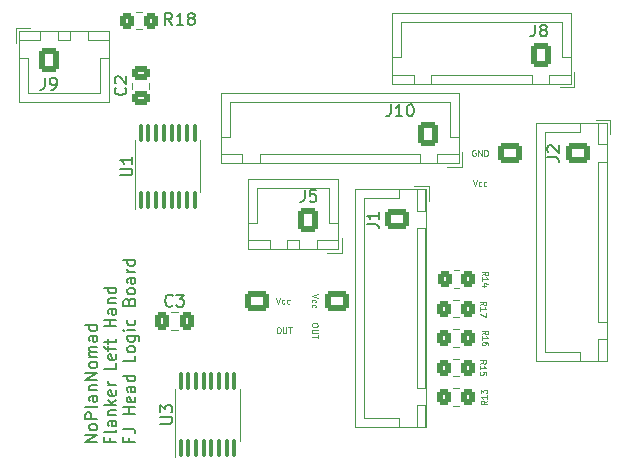
<source format=gto>
%TF.GenerationSoftware,KiCad,Pcbnew,7.0.6*%
%TF.CreationDate,2023-07-13T14:44:59+02:00*%
%TF.ProjectId,LH_HeadLogicBoard_FreeJoy,4c485f48-6561-4644-9c6f-676963426f61,rev?*%
%TF.SameCoordinates,Original*%
%TF.FileFunction,Legend,Top*%
%TF.FilePolarity,Positive*%
%FSLAX46Y46*%
G04 Gerber Fmt 4.6, Leading zero omitted, Abs format (unit mm)*
G04 Created by KiCad (PCBNEW 7.0.6) date 2023-07-13 14:44:59*
%MOMM*%
%LPD*%
G01*
G04 APERTURE LIST*
G04 Aperture macros list*
%AMRoundRect*
0 Rectangle with rounded corners*
0 $1 Rounding radius*
0 $2 $3 $4 $5 $6 $7 $8 $9 X,Y pos of 4 corners*
0 Add a 4 corners polygon primitive as box body*
4,1,4,$2,$3,$4,$5,$6,$7,$8,$9,$2,$3,0*
0 Add four circle primitives for the rounded corners*
1,1,$1+$1,$2,$3*
1,1,$1+$1,$4,$5*
1,1,$1+$1,$6,$7*
1,1,$1+$1,$8,$9*
0 Add four rect primitives between the rounded corners*
20,1,$1+$1,$2,$3,$4,$5,0*
20,1,$1+$1,$4,$5,$6,$7,0*
20,1,$1+$1,$6,$7,$8,$9,0*
20,1,$1+$1,$8,$9,$2,$3,0*%
G04 Aperture macros list end*
%ADD10C,0.150000*%
%ADD11C,0.075000*%
%ADD12C,0.120000*%
%ADD13RoundRect,0.250000X-0.350000X-0.450000X0.350000X-0.450000X0.350000X0.450000X-0.350000X0.450000X0*%
%ADD14RoundRect,0.250000X-0.337500X-0.475000X0.337500X-0.475000X0.337500X0.475000X-0.337500X0.475000X0*%
%ADD15RoundRect,0.250000X0.475000X-0.337500X0.475000X0.337500X-0.475000X0.337500X-0.475000X-0.337500X0*%
%ADD16RoundRect,0.250000X-0.725000X0.600000X-0.725000X-0.600000X0.725000X-0.600000X0.725000X0.600000X0*%
%ADD17O,1.950000X1.700000*%
%ADD18RoundRect,0.250000X0.600000X0.725000X-0.600000X0.725000X-0.600000X-0.725000X0.600000X-0.725000X0*%
%ADD19O,1.700000X1.950000*%
%ADD20C,2.200000*%
%ADD21RoundRect,0.250000X0.600000X0.750000X-0.600000X0.750000X-0.600000X-0.750000X0.600000X-0.750000X0*%
%ADD22O,1.700000X2.000000*%
%ADD23RoundRect,0.100000X0.100000X-0.637500X0.100000X0.637500X-0.100000X0.637500X-0.100000X-0.637500X0*%
%ADD24RoundRect,0.250000X-0.600000X-0.750000X0.600000X-0.750000X0.600000X0.750000X-0.600000X0.750000X0*%
%ADD25RoundRect,0.250000X-0.750000X0.600000X-0.750000X-0.600000X0.750000X-0.600000X0.750000X0.600000X0*%
%ADD26O,2.000000X1.700000*%
G04 APERTURE END LIST*
D10*
X30349819Y-69063220D02*
X29349819Y-69063220D01*
X29349819Y-69063220D02*
X30349819Y-68491792D01*
X30349819Y-68491792D02*
X29349819Y-68491792D01*
X30349819Y-67872744D02*
X30302200Y-67967982D01*
X30302200Y-67967982D02*
X30254580Y-68015601D01*
X30254580Y-68015601D02*
X30159342Y-68063220D01*
X30159342Y-68063220D02*
X29873628Y-68063220D01*
X29873628Y-68063220D02*
X29778390Y-68015601D01*
X29778390Y-68015601D02*
X29730771Y-67967982D01*
X29730771Y-67967982D02*
X29683152Y-67872744D01*
X29683152Y-67872744D02*
X29683152Y-67729887D01*
X29683152Y-67729887D02*
X29730771Y-67634649D01*
X29730771Y-67634649D02*
X29778390Y-67587030D01*
X29778390Y-67587030D02*
X29873628Y-67539411D01*
X29873628Y-67539411D02*
X30159342Y-67539411D01*
X30159342Y-67539411D02*
X30254580Y-67587030D01*
X30254580Y-67587030D02*
X30302200Y-67634649D01*
X30302200Y-67634649D02*
X30349819Y-67729887D01*
X30349819Y-67729887D02*
X30349819Y-67872744D01*
X30349819Y-67110839D02*
X29349819Y-67110839D01*
X29349819Y-67110839D02*
X29349819Y-66729887D01*
X29349819Y-66729887D02*
X29397438Y-66634649D01*
X29397438Y-66634649D02*
X29445057Y-66587030D01*
X29445057Y-66587030D02*
X29540295Y-66539411D01*
X29540295Y-66539411D02*
X29683152Y-66539411D01*
X29683152Y-66539411D02*
X29778390Y-66587030D01*
X29778390Y-66587030D02*
X29826009Y-66634649D01*
X29826009Y-66634649D02*
X29873628Y-66729887D01*
X29873628Y-66729887D02*
X29873628Y-67110839D01*
X30349819Y-65967982D02*
X30302200Y-66063220D01*
X30302200Y-66063220D02*
X30206961Y-66110839D01*
X30206961Y-66110839D02*
X29349819Y-66110839D01*
X30349819Y-65158458D02*
X29826009Y-65158458D01*
X29826009Y-65158458D02*
X29730771Y-65206077D01*
X29730771Y-65206077D02*
X29683152Y-65301315D01*
X29683152Y-65301315D02*
X29683152Y-65491791D01*
X29683152Y-65491791D02*
X29730771Y-65587029D01*
X30302200Y-65158458D02*
X30349819Y-65253696D01*
X30349819Y-65253696D02*
X30349819Y-65491791D01*
X30349819Y-65491791D02*
X30302200Y-65587029D01*
X30302200Y-65587029D02*
X30206961Y-65634648D01*
X30206961Y-65634648D02*
X30111723Y-65634648D01*
X30111723Y-65634648D02*
X30016485Y-65587029D01*
X30016485Y-65587029D02*
X29968866Y-65491791D01*
X29968866Y-65491791D02*
X29968866Y-65253696D01*
X29968866Y-65253696D02*
X29921247Y-65158458D01*
X29683152Y-64682267D02*
X30349819Y-64682267D01*
X29778390Y-64682267D02*
X29730771Y-64634648D01*
X29730771Y-64634648D02*
X29683152Y-64539410D01*
X29683152Y-64539410D02*
X29683152Y-64396553D01*
X29683152Y-64396553D02*
X29730771Y-64301315D01*
X29730771Y-64301315D02*
X29826009Y-64253696D01*
X29826009Y-64253696D02*
X30349819Y-64253696D01*
X30349819Y-63777505D02*
X29349819Y-63777505D01*
X29349819Y-63777505D02*
X30349819Y-63206077D01*
X30349819Y-63206077D02*
X29349819Y-63206077D01*
X30349819Y-62587029D02*
X30302200Y-62682267D01*
X30302200Y-62682267D02*
X30254580Y-62729886D01*
X30254580Y-62729886D02*
X30159342Y-62777505D01*
X30159342Y-62777505D02*
X29873628Y-62777505D01*
X29873628Y-62777505D02*
X29778390Y-62729886D01*
X29778390Y-62729886D02*
X29730771Y-62682267D01*
X29730771Y-62682267D02*
X29683152Y-62587029D01*
X29683152Y-62587029D02*
X29683152Y-62444172D01*
X29683152Y-62444172D02*
X29730771Y-62348934D01*
X29730771Y-62348934D02*
X29778390Y-62301315D01*
X29778390Y-62301315D02*
X29873628Y-62253696D01*
X29873628Y-62253696D02*
X30159342Y-62253696D01*
X30159342Y-62253696D02*
X30254580Y-62301315D01*
X30254580Y-62301315D02*
X30302200Y-62348934D01*
X30302200Y-62348934D02*
X30349819Y-62444172D01*
X30349819Y-62444172D02*
X30349819Y-62587029D01*
X30349819Y-61825124D02*
X29683152Y-61825124D01*
X29778390Y-61825124D02*
X29730771Y-61777505D01*
X29730771Y-61777505D02*
X29683152Y-61682267D01*
X29683152Y-61682267D02*
X29683152Y-61539410D01*
X29683152Y-61539410D02*
X29730771Y-61444172D01*
X29730771Y-61444172D02*
X29826009Y-61396553D01*
X29826009Y-61396553D02*
X30349819Y-61396553D01*
X29826009Y-61396553D02*
X29730771Y-61348934D01*
X29730771Y-61348934D02*
X29683152Y-61253696D01*
X29683152Y-61253696D02*
X29683152Y-61110839D01*
X29683152Y-61110839D02*
X29730771Y-61015600D01*
X29730771Y-61015600D02*
X29826009Y-60967981D01*
X29826009Y-60967981D02*
X30349819Y-60967981D01*
X30349819Y-60063220D02*
X29826009Y-60063220D01*
X29826009Y-60063220D02*
X29730771Y-60110839D01*
X29730771Y-60110839D02*
X29683152Y-60206077D01*
X29683152Y-60206077D02*
X29683152Y-60396553D01*
X29683152Y-60396553D02*
X29730771Y-60491791D01*
X30302200Y-60063220D02*
X30349819Y-60158458D01*
X30349819Y-60158458D02*
X30349819Y-60396553D01*
X30349819Y-60396553D02*
X30302200Y-60491791D01*
X30302200Y-60491791D02*
X30206961Y-60539410D01*
X30206961Y-60539410D02*
X30111723Y-60539410D01*
X30111723Y-60539410D02*
X30016485Y-60491791D01*
X30016485Y-60491791D02*
X29968866Y-60396553D01*
X29968866Y-60396553D02*
X29968866Y-60158458D01*
X29968866Y-60158458D02*
X29921247Y-60063220D01*
X30349819Y-59158458D02*
X29349819Y-59158458D01*
X30302200Y-59158458D02*
X30349819Y-59253696D01*
X30349819Y-59253696D02*
X30349819Y-59444172D01*
X30349819Y-59444172D02*
X30302200Y-59539410D01*
X30302200Y-59539410D02*
X30254580Y-59587029D01*
X30254580Y-59587029D02*
X30159342Y-59634648D01*
X30159342Y-59634648D02*
X29873628Y-59634648D01*
X29873628Y-59634648D02*
X29778390Y-59587029D01*
X29778390Y-59587029D02*
X29730771Y-59539410D01*
X29730771Y-59539410D02*
X29683152Y-59444172D01*
X29683152Y-59444172D02*
X29683152Y-59253696D01*
X29683152Y-59253696D02*
X29730771Y-59158458D01*
X31436009Y-68729887D02*
X31436009Y-69063220D01*
X31959819Y-69063220D02*
X30959819Y-69063220D01*
X30959819Y-69063220D02*
X30959819Y-68587030D01*
X31959819Y-68063220D02*
X31912200Y-68158458D01*
X31912200Y-68158458D02*
X31816961Y-68206077D01*
X31816961Y-68206077D02*
X30959819Y-68206077D01*
X31959819Y-67253696D02*
X31436009Y-67253696D01*
X31436009Y-67253696D02*
X31340771Y-67301315D01*
X31340771Y-67301315D02*
X31293152Y-67396553D01*
X31293152Y-67396553D02*
X31293152Y-67587029D01*
X31293152Y-67587029D02*
X31340771Y-67682267D01*
X31912200Y-67253696D02*
X31959819Y-67348934D01*
X31959819Y-67348934D02*
X31959819Y-67587029D01*
X31959819Y-67587029D02*
X31912200Y-67682267D01*
X31912200Y-67682267D02*
X31816961Y-67729886D01*
X31816961Y-67729886D02*
X31721723Y-67729886D01*
X31721723Y-67729886D02*
X31626485Y-67682267D01*
X31626485Y-67682267D02*
X31578866Y-67587029D01*
X31578866Y-67587029D02*
X31578866Y-67348934D01*
X31578866Y-67348934D02*
X31531247Y-67253696D01*
X31293152Y-66777505D02*
X31959819Y-66777505D01*
X31388390Y-66777505D02*
X31340771Y-66729886D01*
X31340771Y-66729886D02*
X31293152Y-66634648D01*
X31293152Y-66634648D02*
X31293152Y-66491791D01*
X31293152Y-66491791D02*
X31340771Y-66396553D01*
X31340771Y-66396553D02*
X31436009Y-66348934D01*
X31436009Y-66348934D02*
X31959819Y-66348934D01*
X31959819Y-65872743D02*
X30959819Y-65872743D01*
X31578866Y-65777505D02*
X31959819Y-65491791D01*
X31293152Y-65491791D02*
X31674104Y-65872743D01*
X31912200Y-64682267D02*
X31959819Y-64777505D01*
X31959819Y-64777505D02*
X31959819Y-64967981D01*
X31959819Y-64967981D02*
X31912200Y-65063219D01*
X31912200Y-65063219D02*
X31816961Y-65110838D01*
X31816961Y-65110838D02*
X31436009Y-65110838D01*
X31436009Y-65110838D02*
X31340771Y-65063219D01*
X31340771Y-65063219D02*
X31293152Y-64967981D01*
X31293152Y-64967981D02*
X31293152Y-64777505D01*
X31293152Y-64777505D02*
X31340771Y-64682267D01*
X31340771Y-64682267D02*
X31436009Y-64634648D01*
X31436009Y-64634648D02*
X31531247Y-64634648D01*
X31531247Y-64634648D02*
X31626485Y-65110838D01*
X31959819Y-64206076D02*
X31293152Y-64206076D01*
X31483628Y-64206076D02*
X31388390Y-64158457D01*
X31388390Y-64158457D02*
X31340771Y-64110838D01*
X31340771Y-64110838D02*
X31293152Y-64015600D01*
X31293152Y-64015600D02*
X31293152Y-63920362D01*
X31959819Y-62348933D02*
X31959819Y-62825123D01*
X31959819Y-62825123D02*
X30959819Y-62825123D01*
X31912200Y-61634647D02*
X31959819Y-61729885D01*
X31959819Y-61729885D02*
X31959819Y-61920361D01*
X31959819Y-61920361D02*
X31912200Y-62015599D01*
X31912200Y-62015599D02*
X31816961Y-62063218D01*
X31816961Y-62063218D02*
X31436009Y-62063218D01*
X31436009Y-62063218D02*
X31340771Y-62015599D01*
X31340771Y-62015599D02*
X31293152Y-61920361D01*
X31293152Y-61920361D02*
X31293152Y-61729885D01*
X31293152Y-61729885D02*
X31340771Y-61634647D01*
X31340771Y-61634647D02*
X31436009Y-61587028D01*
X31436009Y-61587028D02*
X31531247Y-61587028D01*
X31531247Y-61587028D02*
X31626485Y-62063218D01*
X31293152Y-61301313D02*
X31293152Y-60920361D01*
X31959819Y-61158456D02*
X31102676Y-61158456D01*
X31102676Y-61158456D02*
X31007438Y-61110837D01*
X31007438Y-61110837D02*
X30959819Y-61015599D01*
X30959819Y-61015599D02*
X30959819Y-60920361D01*
X31293152Y-60729884D02*
X31293152Y-60348932D01*
X30959819Y-60587027D02*
X31816961Y-60587027D01*
X31816961Y-60587027D02*
X31912200Y-60539408D01*
X31912200Y-60539408D02*
X31959819Y-60444170D01*
X31959819Y-60444170D02*
X31959819Y-60348932D01*
X31959819Y-59253693D02*
X30959819Y-59253693D01*
X31436009Y-59253693D02*
X31436009Y-58682265D01*
X31959819Y-58682265D02*
X30959819Y-58682265D01*
X31959819Y-57777503D02*
X31436009Y-57777503D01*
X31436009Y-57777503D02*
X31340771Y-57825122D01*
X31340771Y-57825122D02*
X31293152Y-57920360D01*
X31293152Y-57920360D02*
X31293152Y-58110836D01*
X31293152Y-58110836D02*
X31340771Y-58206074D01*
X31912200Y-57777503D02*
X31959819Y-57872741D01*
X31959819Y-57872741D02*
X31959819Y-58110836D01*
X31959819Y-58110836D02*
X31912200Y-58206074D01*
X31912200Y-58206074D02*
X31816961Y-58253693D01*
X31816961Y-58253693D02*
X31721723Y-58253693D01*
X31721723Y-58253693D02*
X31626485Y-58206074D01*
X31626485Y-58206074D02*
X31578866Y-58110836D01*
X31578866Y-58110836D02*
X31578866Y-57872741D01*
X31578866Y-57872741D02*
X31531247Y-57777503D01*
X31293152Y-57301312D02*
X31959819Y-57301312D01*
X31388390Y-57301312D02*
X31340771Y-57253693D01*
X31340771Y-57253693D02*
X31293152Y-57158455D01*
X31293152Y-57158455D02*
X31293152Y-57015598D01*
X31293152Y-57015598D02*
X31340771Y-56920360D01*
X31340771Y-56920360D02*
X31436009Y-56872741D01*
X31436009Y-56872741D02*
X31959819Y-56872741D01*
X31959819Y-55967979D02*
X30959819Y-55967979D01*
X31912200Y-55967979D02*
X31959819Y-56063217D01*
X31959819Y-56063217D02*
X31959819Y-56253693D01*
X31959819Y-56253693D02*
X31912200Y-56348931D01*
X31912200Y-56348931D02*
X31864580Y-56396550D01*
X31864580Y-56396550D02*
X31769342Y-56444169D01*
X31769342Y-56444169D02*
X31483628Y-56444169D01*
X31483628Y-56444169D02*
X31388390Y-56396550D01*
X31388390Y-56396550D02*
X31340771Y-56348931D01*
X31340771Y-56348931D02*
X31293152Y-56253693D01*
X31293152Y-56253693D02*
X31293152Y-56063217D01*
X31293152Y-56063217D02*
X31340771Y-55967979D01*
X33046009Y-68729887D02*
X33046009Y-69063220D01*
X33569819Y-69063220D02*
X32569819Y-69063220D01*
X32569819Y-69063220D02*
X32569819Y-68587030D01*
X32569819Y-67920363D02*
X33284104Y-67920363D01*
X33284104Y-67920363D02*
X33426961Y-67967982D01*
X33426961Y-67967982D02*
X33522200Y-68063220D01*
X33522200Y-68063220D02*
X33569819Y-68206077D01*
X33569819Y-68206077D02*
X33569819Y-68301315D01*
X33569819Y-66682267D02*
X32569819Y-66682267D01*
X33046009Y-66682267D02*
X33046009Y-66110839D01*
X33569819Y-66110839D02*
X32569819Y-66110839D01*
X33522200Y-65253696D02*
X33569819Y-65348934D01*
X33569819Y-65348934D02*
X33569819Y-65539410D01*
X33569819Y-65539410D02*
X33522200Y-65634648D01*
X33522200Y-65634648D02*
X33426961Y-65682267D01*
X33426961Y-65682267D02*
X33046009Y-65682267D01*
X33046009Y-65682267D02*
X32950771Y-65634648D01*
X32950771Y-65634648D02*
X32903152Y-65539410D01*
X32903152Y-65539410D02*
X32903152Y-65348934D01*
X32903152Y-65348934D02*
X32950771Y-65253696D01*
X32950771Y-65253696D02*
X33046009Y-65206077D01*
X33046009Y-65206077D02*
X33141247Y-65206077D01*
X33141247Y-65206077D02*
X33236485Y-65682267D01*
X33569819Y-64348934D02*
X33046009Y-64348934D01*
X33046009Y-64348934D02*
X32950771Y-64396553D01*
X32950771Y-64396553D02*
X32903152Y-64491791D01*
X32903152Y-64491791D02*
X32903152Y-64682267D01*
X32903152Y-64682267D02*
X32950771Y-64777505D01*
X33522200Y-64348934D02*
X33569819Y-64444172D01*
X33569819Y-64444172D02*
X33569819Y-64682267D01*
X33569819Y-64682267D02*
X33522200Y-64777505D01*
X33522200Y-64777505D02*
X33426961Y-64825124D01*
X33426961Y-64825124D02*
X33331723Y-64825124D01*
X33331723Y-64825124D02*
X33236485Y-64777505D01*
X33236485Y-64777505D02*
X33188866Y-64682267D01*
X33188866Y-64682267D02*
X33188866Y-64444172D01*
X33188866Y-64444172D02*
X33141247Y-64348934D01*
X33569819Y-63444172D02*
X32569819Y-63444172D01*
X33522200Y-63444172D02*
X33569819Y-63539410D01*
X33569819Y-63539410D02*
X33569819Y-63729886D01*
X33569819Y-63729886D02*
X33522200Y-63825124D01*
X33522200Y-63825124D02*
X33474580Y-63872743D01*
X33474580Y-63872743D02*
X33379342Y-63920362D01*
X33379342Y-63920362D02*
X33093628Y-63920362D01*
X33093628Y-63920362D02*
X32998390Y-63872743D01*
X32998390Y-63872743D02*
X32950771Y-63825124D01*
X32950771Y-63825124D02*
X32903152Y-63729886D01*
X32903152Y-63729886D02*
X32903152Y-63539410D01*
X32903152Y-63539410D02*
X32950771Y-63444172D01*
X33569819Y-61729886D02*
X33569819Y-62206076D01*
X33569819Y-62206076D02*
X32569819Y-62206076D01*
X33569819Y-61253695D02*
X33522200Y-61348933D01*
X33522200Y-61348933D02*
X33474580Y-61396552D01*
X33474580Y-61396552D02*
X33379342Y-61444171D01*
X33379342Y-61444171D02*
X33093628Y-61444171D01*
X33093628Y-61444171D02*
X32998390Y-61396552D01*
X32998390Y-61396552D02*
X32950771Y-61348933D01*
X32950771Y-61348933D02*
X32903152Y-61253695D01*
X32903152Y-61253695D02*
X32903152Y-61110838D01*
X32903152Y-61110838D02*
X32950771Y-61015600D01*
X32950771Y-61015600D02*
X32998390Y-60967981D01*
X32998390Y-60967981D02*
X33093628Y-60920362D01*
X33093628Y-60920362D02*
X33379342Y-60920362D01*
X33379342Y-60920362D02*
X33474580Y-60967981D01*
X33474580Y-60967981D02*
X33522200Y-61015600D01*
X33522200Y-61015600D02*
X33569819Y-61110838D01*
X33569819Y-61110838D02*
X33569819Y-61253695D01*
X32903152Y-60063219D02*
X33712676Y-60063219D01*
X33712676Y-60063219D02*
X33807914Y-60110838D01*
X33807914Y-60110838D02*
X33855533Y-60158457D01*
X33855533Y-60158457D02*
X33903152Y-60253695D01*
X33903152Y-60253695D02*
X33903152Y-60396552D01*
X33903152Y-60396552D02*
X33855533Y-60491790D01*
X33522200Y-60063219D02*
X33569819Y-60158457D01*
X33569819Y-60158457D02*
X33569819Y-60348933D01*
X33569819Y-60348933D02*
X33522200Y-60444171D01*
X33522200Y-60444171D02*
X33474580Y-60491790D01*
X33474580Y-60491790D02*
X33379342Y-60539409D01*
X33379342Y-60539409D02*
X33093628Y-60539409D01*
X33093628Y-60539409D02*
X32998390Y-60491790D01*
X32998390Y-60491790D02*
X32950771Y-60444171D01*
X32950771Y-60444171D02*
X32903152Y-60348933D01*
X32903152Y-60348933D02*
X32903152Y-60158457D01*
X32903152Y-60158457D02*
X32950771Y-60063219D01*
X33569819Y-59587028D02*
X32903152Y-59587028D01*
X32569819Y-59587028D02*
X32617438Y-59634647D01*
X32617438Y-59634647D02*
X32665057Y-59587028D01*
X32665057Y-59587028D02*
X32617438Y-59539409D01*
X32617438Y-59539409D02*
X32569819Y-59587028D01*
X32569819Y-59587028D02*
X32665057Y-59587028D01*
X33522200Y-58682267D02*
X33569819Y-58777505D01*
X33569819Y-58777505D02*
X33569819Y-58967981D01*
X33569819Y-58967981D02*
X33522200Y-59063219D01*
X33522200Y-59063219D02*
X33474580Y-59110838D01*
X33474580Y-59110838D02*
X33379342Y-59158457D01*
X33379342Y-59158457D02*
X33093628Y-59158457D01*
X33093628Y-59158457D02*
X32998390Y-59110838D01*
X32998390Y-59110838D02*
X32950771Y-59063219D01*
X32950771Y-59063219D02*
X32903152Y-58967981D01*
X32903152Y-58967981D02*
X32903152Y-58777505D01*
X32903152Y-58777505D02*
X32950771Y-58682267D01*
X33046009Y-57158457D02*
X33093628Y-57015600D01*
X33093628Y-57015600D02*
X33141247Y-56967981D01*
X33141247Y-56967981D02*
X33236485Y-56920362D01*
X33236485Y-56920362D02*
X33379342Y-56920362D01*
X33379342Y-56920362D02*
X33474580Y-56967981D01*
X33474580Y-56967981D02*
X33522200Y-57015600D01*
X33522200Y-57015600D02*
X33569819Y-57110838D01*
X33569819Y-57110838D02*
X33569819Y-57491790D01*
X33569819Y-57491790D02*
X32569819Y-57491790D01*
X32569819Y-57491790D02*
X32569819Y-57158457D01*
X32569819Y-57158457D02*
X32617438Y-57063219D01*
X32617438Y-57063219D02*
X32665057Y-57015600D01*
X32665057Y-57015600D02*
X32760295Y-56967981D01*
X32760295Y-56967981D02*
X32855533Y-56967981D01*
X32855533Y-56967981D02*
X32950771Y-57015600D01*
X32950771Y-57015600D02*
X32998390Y-57063219D01*
X32998390Y-57063219D02*
X33046009Y-57158457D01*
X33046009Y-57158457D02*
X33046009Y-57491790D01*
X33569819Y-56348933D02*
X33522200Y-56444171D01*
X33522200Y-56444171D02*
X33474580Y-56491790D01*
X33474580Y-56491790D02*
X33379342Y-56539409D01*
X33379342Y-56539409D02*
X33093628Y-56539409D01*
X33093628Y-56539409D02*
X32998390Y-56491790D01*
X32998390Y-56491790D02*
X32950771Y-56444171D01*
X32950771Y-56444171D02*
X32903152Y-56348933D01*
X32903152Y-56348933D02*
X32903152Y-56206076D01*
X32903152Y-56206076D02*
X32950771Y-56110838D01*
X32950771Y-56110838D02*
X32998390Y-56063219D01*
X32998390Y-56063219D02*
X33093628Y-56015600D01*
X33093628Y-56015600D02*
X33379342Y-56015600D01*
X33379342Y-56015600D02*
X33474580Y-56063219D01*
X33474580Y-56063219D02*
X33522200Y-56110838D01*
X33522200Y-56110838D02*
X33569819Y-56206076D01*
X33569819Y-56206076D02*
X33569819Y-56348933D01*
X33569819Y-55158457D02*
X33046009Y-55158457D01*
X33046009Y-55158457D02*
X32950771Y-55206076D01*
X32950771Y-55206076D02*
X32903152Y-55301314D01*
X32903152Y-55301314D02*
X32903152Y-55491790D01*
X32903152Y-55491790D02*
X32950771Y-55587028D01*
X33522200Y-55158457D02*
X33569819Y-55253695D01*
X33569819Y-55253695D02*
X33569819Y-55491790D01*
X33569819Y-55491790D02*
X33522200Y-55587028D01*
X33522200Y-55587028D02*
X33426961Y-55634647D01*
X33426961Y-55634647D02*
X33331723Y-55634647D01*
X33331723Y-55634647D02*
X33236485Y-55587028D01*
X33236485Y-55587028D02*
X33188866Y-55491790D01*
X33188866Y-55491790D02*
X33188866Y-55253695D01*
X33188866Y-55253695D02*
X33141247Y-55158457D01*
X33569819Y-54682266D02*
X32903152Y-54682266D01*
X33093628Y-54682266D02*
X32998390Y-54634647D01*
X32998390Y-54634647D02*
X32950771Y-54587028D01*
X32950771Y-54587028D02*
X32903152Y-54491790D01*
X32903152Y-54491790D02*
X32903152Y-54396552D01*
X33569819Y-53634647D02*
X32569819Y-53634647D01*
X33522200Y-53634647D02*
X33569819Y-53729885D01*
X33569819Y-53729885D02*
X33569819Y-53920361D01*
X33569819Y-53920361D02*
X33522200Y-54015599D01*
X33522200Y-54015599D02*
X33474580Y-54063218D01*
X33474580Y-54063218D02*
X33379342Y-54110837D01*
X33379342Y-54110837D02*
X33093628Y-54110837D01*
X33093628Y-54110837D02*
X32998390Y-54063218D01*
X32998390Y-54063218D02*
X32950771Y-54015599D01*
X32950771Y-54015599D02*
X32903152Y-53920361D01*
X32903152Y-53920361D02*
X32903152Y-53729885D01*
X32903152Y-53729885D02*
X32950771Y-53634647D01*
D11*
X63352409Y-65559428D02*
X63114314Y-65726094D01*
X63352409Y-65845142D02*
X62852409Y-65845142D01*
X62852409Y-65845142D02*
X62852409Y-65654666D01*
X62852409Y-65654666D02*
X62876219Y-65607047D01*
X62876219Y-65607047D02*
X62900028Y-65583237D01*
X62900028Y-65583237D02*
X62947647Y-65559428D01*
X62947647Y-65559428D02*
X63019076Y-65559428D01*
X63019076Y-65559428D02*
X63066695Y-65583237D01*
X63066695Y-65583237D02*
X63090504Y-65607047D01*
X63090504Y-65607047D02*
X63114314Y-65654666D01*
X63114314Y-65654666D02*
X63114314Y-65845142D01*
X63352409Y-65083237D02*
X63352409Y-65368951D01*
X63352409Y-65226094D02*
X62852409Y-65226094D01*
X62852409Y-65226094D02*
X62923838Y-65273713D01*
X62923838Y-65273713D02*
X62971457Y-65321332D01*
X62971457Y-65321332D02*
X62995266Y-65368951D01*
X62852409Y-64916571D02*
X62852409Y-64607047D01*
X62852409Y-64607047D02*
X63042885Y-64773714D01*
X63042885Y-64773714D02*
X63042885Y-64702285D01*
X63042885Y-64702285D02*
X63066695Y-64654666D01*
X63066695Y-64654666D02*
X63090504Y-64630857D01*
X63090504Y-64630857D02*
X63138123Y-64607047D01*
X63138123Y-64607047D02*
X63257171Y-64607047D01*
X63257171Y-64607047D02*
X63304790Y-64630857D01*
X63304790Y-64630857D02*
X63328600Y-64654666D01*
X63328600Y-64654666D02*
X63352409Y-64702285D01*
X63352409Y-64702285D02*
X63352409Y-64845142D01*
X63352409Y-64845142D02*
X63328600Y-64892761D01*
X63328600Y-64892761D02*
X63304790Y-64916571D01*
X62757590Y-62420571D02*
X62995685Y-62253905D01*
X62757590Y-62134857D02*
X63257590Y-62134857D01*
X63257590Y-62134857D02*
X63257590Y-62325333D01*
X63257590Y-62325333D02*
X63233780Y-62372952D01*
X63233780Y-62372952D02*
X63209971Y-62396762D01*
X63209971Y-62396762D02*
X63162352Y-62420571D01*
X63162352Y-62420571D02*
X63090923Y-62420571D01*
X63090923Y-62420571D02*
X63043304Y-62396762D01*
X63043304Y-62396762D02*
X63019495Y-62372952D01*
X63019495Y-62372952D02*
X62995685Y-62325333D01*
X62995685Y-62325333D02*
X62995685Y-62134857D01*
X62757590Y-62896762D02*
X62757590Y-62611048D01*
X62757590Y-62753905D02*
X63257590Y-62753905D01*
X63257590Y-62753905D02*
X63186161Y-62706286D01*
X63186161Y-62706286D02*
X63138542Y-62658667D01*
X63138542Y-62658667D02*
X63114733Y-62611048D01*
X63257590Y-63349142D02*
X63257590Y-63111047D01*
X63257590Y-63111047D02*
X63019495Y-63087238D01*
X63019495Y-63087238D02*
X63043304Y-63111047D01*
X63043304Y-63111047D02*
X63067114Y-63158666D01*
X63067114Y-63158666D02*
X63067114Y-63277714D01*
X63067114Y-63277714D02*
X63043304Y-63325333D01*
X63043304Y-63325333D02*
X63019495Y-63349142D01*
X63019495Y-63349142D02*
X62971876Y-63372952D01*
X62971876Y-63372952D02*
X62852828Y-63372952D01*
X62852828Y-63372952D02*
X62805209Y-63349142D01*
X62805209Y-63349142D02*
X62781400Y-63325333D01*
X62781400Y-63325333D02*
X62757590Y-63277714D01*
X62757590Y-63277714D02*
X62757590Y-63158666D01*
X62757590Y-63158666D02*
X62781400Y-63111047D01*
X62781400Y-63111047D02*
X62805209Y-63087238D01*
D10*
X36733333Y-57479580D02*
X36685714Y-57527200D01*
X36685714Y-57527200D02*
X36542857Y-57574819D01*
X36542857Y-57574819D02*
X36447619Y-57574819D01*
X36447619Y-57574819D02*
X36304762Y-57527200D01*
X36304762Y-57527200D02*
X36209524Y-57431961D01*
X36209524Y-57431961D02*
X36161905Y-57336723D01*
X36161905Y-57336723D02*
X36114286Y-57146247D01*
X36114286Y-57146247D02*
X36114286Y-57003390D01*
X36114286Y-57003390D02*
X36161905Y-56812914D01*
X36161905Y-56812914D02*
X36209524Y-56717676D01*
X36209524Y-56717676D02*
X36304762Y-56622438D01*
X36304762Y-56622438D02*
X36447619Y-56574819D01*
X36447619Y-56574819D02*
X36542857Y-56574819D01*
X36542857Y-56574819D02*
X36685714Y-56622438D01*
X36685714Y-56622438D02*
X36733333Y-56670057D01*
X37066667Y-56574819D02*
X37685714Y-56574819D01*
X37685714Y-56574819D02*
X37352381Y-56955771D01*
X37352381Y-56955771D02*
X37495238Y-56955771D01*
X37495238Y-56955771D02*
X37590476Y-57003390D01*
X37590476Y-57003390D02*
X37638095Y-57051009D01*
X37638095Y-57051009D02*
X37685714Y-57146247D01*
X37685714Y-57146247D02*
X37685714Y-57384342D01*
X37685714Y-57384342D02*
X37638095Y-57479580D01*
X37638095Y-57479580D02*
X37590476Y-57527200D01*
X37590476Y-57527200D02*
X37495238Y-57574819D01*
X37495238Y-57574819D02*
X37209524Y-57574819D01*
X37209524Y-57574819D02*
X37114286Y-57527200D01*
X37114286Y-57527200D02*
X37066667Y-57479580D01*
X32729580Y-39041666D02*
X32777200Y-39089285D01*
X32777200Y-39089285D02*
X32824819Y-39232142D01*
X32824819Y-39232142D02*
X32824819Y-39327380D01*
X32824819Y-39327380D02*
X32777200Y-39470237D01*
X32777200Y-39470237D02*
X32681961Y-39565475D01*
X32681961Y-39565475D02*
X32586723Y-39613094D01*
X32586723Y-39613094D02*
X32396247Y-39660713D01*
X32396247Y-39660713D02*
X32253390Y-39660713D01*
X32253390Y-39660713D02*
X32062914Y-39613094D01*
X32062914Y-39613094D02*
X31967676Y-39565475D01*
X31967676Y-39565475D02*
X31872438Y-39470237D01*
X31872438Y-39470237D02*
X31824819Y-39327380D01*
X31824819Y-39327380D02*
X31824819Y-39232142D01*
X31824819Y-39232142D02*
X31872438Y-39089285D01*
X31872438Y-39089285D02*
X31920057Y-39041666D01*
X31920057Y-38660713D02*
X31872438Y-38613094D01*
X31872438Y-38613094D02*
X31824819Y-38517856D01*
X31824819Y-38517856D02*
X31824819Y-38279761D01*
X31824819Y-38279761D02*
X31872438Y-38184523D01*
X31872438Y-38184523D02*
X31920057Y-38136904D01*
X31920057Y-38136904D02*
X32015295Y-38089285D01*
X32015295Y-38089285D02*
X32110533Y-38089285D01*
X32110533Y-38089285D02*
X32253390Y-38136904D01*
X32253390Y-38136904D02*
X32824819Y-38708332D01*
X32824819Y-38708332D02*
X32824819Y-38089285D01*
X68454819Y-44933333D02*
X69169104Y-44933333D01*
X69169104Y-44933333D02*
X69311961Y-44980952D01*
X69311961Y-44980952D02*
X69407200Y-45076190D01*
X69407200Y-45076190D02*
X69454819Y-45219047D01*
X69454819Y-45219047D02*
X69454819Y-45314285D01*
X68550057Y-44504761D02*
X68502438Y-44457142D01*
X68502438Y-44457142D02*
X68454819Y-44361904D01*
X68454819Y-44361904D02*
X68454819Y-44123809D01*
X68454819Y-44123809D02*
X68502438Y-44028571D01*
X68502438Y-44028571D02*
X68550057Y-43980952D01*
X68550057Y-43980952D02*
X68645295Y-43933333D01*
X68645295Y-43933333D02*
X68740533Y-43933333D01*
X68740533Y-43933333D02*
X68883390Y-43980952D01*
X68883390Y-43980952D02*
X69454819Y-44552380D01*
X69454819Y-44552380D02*
X69454819Y-43933333D01*
D11*
X62937590Y-59920571D02*
X63175685Y-59753905D01*
X62937590Y-59634857D02*
X63437590Y-59634857D01*
X63437590Y-59634857D02*
X63437590Y-59825333D01*
X63437590Y-59825333D02*
X63413780Y-59872952D01*
X63413780Y-59872952D02*
X63389971Y-59896762D01*
X63389971Y-59896762D02*
X63342352Y-59920571D01*
X63342352Y-59920571D02*
X63270923Y-59920571D01*
X63270923Y-59920571D02*
X63223304Y-59896762D01*
X63223304Y-59896762D02*
X63199495Y-59872952D01*
X63199495Y-59872952D02*
X63175685Y-59825333D01*
X63175685Y-59825333D02*
X63175685Y-59634857D01*
X62937590Y-60396762D02*
X62937590Y-60111048D01*
X62937590Y-60253905D02*
X63437590Y-60253905D01*
X63437590Y-60253905D02*
X63366161Y-60206286D01*
X63366161Y-60206286D02*
X63318542Y-60158667D01*
X63318542Y-60158667D02*
X63294733Y-60111048D01*
X63437590Y-60825333D02*
X63437590Y-60730095D01*
X63437590Y-60730095D02*
X63413780Y-60682476D01*
X63413780Y-60682476D02*
X63389971Y-60658666D01*
X63389971Y-60658666D02*
X63318542Y-60611047D01*
X63318542Y-60611047D02*
X63223304Y-60587238D01*
X63223304Y-60587238D02*
X63032828Y-60587238D01*
X63032828Y-60587238D02*
X62985209Y-60611047D01*
X62985209Y-60611047D02*
X62961400Y-60634857D01*
X62961400Y-60634857D02*
X62937590Y-60682476D01*
X62937590Y-60682476D02*
X62937590Y-60777714D01*
X62937590Y-60777714D02*
X62961400Y-60825333D01*
X62961400Y-60825333D02*
X62985209Y-60849142D01*
X62985209Y-60849142D02*
X63032828Y-60872952D01*
X63032828Y-60872952D02*
X63151876Y-60872952D01*
X63151876Y-60872952D02*
X63199495Y-60849142D01*
X63199495Y-60849142D02*
X63223304Y-60825333D01*
X63223304Y-60825333D02*
X63247114Y-60777714D01*
X63247114Y-60777714D02*
X63247114Y-60682476D01*
X63247114Y-60682476D02*
X63223304Y-60634857D01*
X63223304Y-60634857D02*
X63199495Y-60611047D01*
X63199495Y-60611047D02*
X63151876Y-60587238D01*
D10*
X67416666Y-33704819D02*
X67416666Y-34419104D01*
X67416666Y-34419104D02*
X67369047Y-34561961D01*
X67369047Y-34561961D02*
X67273809Y-34657200D01*
X67273809Y-34657200D02*
X67130952Y-34704819D01*
X67130952Y-34704819D02*
X67035714Y-34704819D01*
X68035714Y-34133390D02*
X67940476Y-34085771D01*
X67940476Y-34085771D02*
X67892857Y-34038152D01*
X67892857Y-34038152D02*
X67845238Y-33942914D01*
X67845238Y-33942914D02*
X67845238Y-33895295D01*
X67845238Y-33895295D02*
X67892857Y-33800057D01*
X67892857Y-33800057D02*
X67940476Y-33752438D01*
X67940476Y-33752438D02*
X68035714Y-33704819D01*
X68035714Y-33704819D02*
X68226190Y-33704819D01*
X68226190Y-33704819D02*
X68321428Y-33752438D01*
X68321428Y-33752438D02*
X68369047Y-33800057D01*
X68369047Y-33800057D02*
X68416666Y-33895295D01*
X68416666Y-33895295D02*
X68416666Y-33942914D01*
X68416666Y-33942914D02*
X68369047Y-34038152D01*
X68369047Y-34038152D02*
X68321428Y-34085771D01*
X68321428Y-34085771D02*
X68226190Y-34133390D01*
X68226190Y-34133390D02*
X68035714Y-34133390D01*
X68035714Y-34133390D02*
X67940476Y-34181009D01*
X67940476Y-34181009D02*
X67892857Y-34228628D01*
X67892857Y-34228628D02*
X67845238Y-34323866D01*
X67845238Y-34323866D02*
X67845238Y-34514342D01*
X67845238Y-34514342D02*
X67892857Y-34609580D01*
X67892857Y-34609580D02*
X67940476Y-34657200D01*
X67940476Y-34657200D02*
X68035714Y-34704819D01*
X68035714Y-34704819D02*
X68226190Y-34704819D01*
X68226190Y-34704819D02*
X68321428Y-34657200D01*
X68321428Y-34657200D02*
X68369047Y-34609580D01*
X68369047Y-34609580D02*
X68416666Y-34514342D01*
X68416666Y-34514342D02*
X68416666Y-34323866D01*
X68416666Y-34323866D02*
X68369047Y-34228628D01*
X68369047Y-34228628D02*
X68321428Y-34181009D01*
X68321428Y-34181009D02*
X68226190Y-34133390D01*
D11*
X62807590Y-57460571D02*
X63045685Y-57293905D01*
X62807590Y-57174857D02*
X63307590Y-57174857D01*
X63307590Y-57174857D02*
X63307590Y-57365333D01*
X63307590Y-57365333D02*
X63283780Y-57412952D01*
X63283780Y-57412952D02*
X63259971Y-57436762D01*
X63259971Y-57436762D02*
X63212352Y-57460571D01*
X63212352Y-57460571D02*
X63140923Y-57460571D01*
X63140923Y-57460571D02*
X63093304Y-57436762D01*
X63093304Y-57436762D02*
X63069495Y-57412952D01*
X63069495Y-57412952D02*
X63045685Y-57365333D01*
X63045685Y-57365333D02*
X63045685Y-57174857D01*
X62807590Y-57936762D02*
X62807590Y-57651048D01*
X62807590Y-57793905D02*
X63307590Y-57793905D01*
X63307590Y-57793905D02*
X63236161Y-57746286D01*
X63236161Y-57746286D02*
X63188542Y-57698667D01*
X63188542Y-57698667D02*
X63164733Y-57651048D01*
X63307590Y-58103428D02*
X63307590Y-58436761D01*
X63307590Y-58436761D02*
X62807590Y-58222476D01*
D10*
X55190476Y-40454819D02*
X55190476Y-41169104D01*
X55190476Y-41169104D02*
X55142857Y-41311961D01*
X55142857Y-41311961D02*
X55047619Y-41407200D01*
X55047619Y-41407200D02*
X54904762Y-41454819D01*
X54904762Y-41454819D02*
X54809524Y-41454819D01*
X56190476Y-41454819D02*
X55619048Y-41454819D01*
X55904762Y-41454819D02*
X55904762Y-40454819D01*
X55904762Y-40454819D02*
X55809524Y-40597676D01*
X55809524Y-40597676D02*
X55714286Y-40692914D01*
X55714286Y-40692914D02*
X55619048Y-40740533D01*
X56809524Y-40454819D02*
X56904762Y-40454819D01*
X56904762Y-40454819D02*
X57000000Y-40502438D01*
X57000000Y-40502438D02*
X57047619Y-40550057D01*
X57047619Y-40550057D02*
X57095238Y-40645295D01*
X57095238Y-40645295D02*
X57142857Y-40835771D01*
X57142857Y-40835771D02*
X57142857Y-41073866D01*
X57142857Y-41073866D02*
X57095238Y-41264342D01*
X57095238Y-41264342D02*
X57047619Y-41359580D01*
X57047619Y-41359580D02*
X57000000Y-41407200D01*
X57000000Y-41407200D02*
X56904762Y-41454819D01*
X56904762Y-41454819D02*
X56809524Y-41454819D01*
X56809524Y-41454819D02*
X56714286Y-41407200D01*
X56714286Y-41407200D02*
X56666667Y-41359580D01*
X56666667Y-41359580D02*
X56619048Y-41264342D01*
X56619048Y-41264342D02*
X56571429Y-41073866D01*
X56571429Y-41073866D02*
X56571429Y-40835771D01*
X56571429Y-40835771D02*
X56619048Y-40645295D01*
X56619048Y-40645295D02*
X56666667Y-40550057D01*
X56666667Y-40550057D02*
X56714286Y-40502438D01*
X56714286Y-40502438D02*
X56809524Y-40454819D01*
X36695142Y-33728819D02*
X36361809Y-33252628D01*
X36123714Y-33728819D02*
X36123714Y-32728819D01*
X36123714Y-32728819D02*
X36504666Y-32728819D01*
X36504666Y-32728819D02*
X36599904Y-32776438D01*
X36599904Y-32776438D02*
X36647523Y-32824057D01*
X36647523Y-32824057D02*
X36695142Y-32919295D01*
X36695142Y-32919295D02*
X36695142Y-33062152D01*
X36695142Y-33062152D02*
X36647523Y-33157390D01*
X36647523Y-33157390D02*
X36599904Y-33205009D01*
X36599904Y-33205009D02*
X36504666Y-33252628D01*
X36504666Y-33252628D02*
X36123714Y-33252628D01*
X37647523Y-33728819D02*
X37076095Y-33728819D01*
X37361809Y-33728819D02*
X37361809Y-32728819D01*
X37361809Y-32728819D02*
X37266571Y-32871676D01*
X37266571Y-32871676D02*
X37171333Y-32966914D01*
X37171333Y-32966914D02*
X37076095Y-33014533D01*
X38218952Y-33157390D02*
X38123714Y-33109771D01*
X38123714Y-33109771D02*
X38076095Y-33062152D01*
X38076095Y-33062152D02*
X38028476Y-32966914D01*
X38028476Y-32966914D02*
X38028476Y-32919295D01*
X38028476Y-32919295D02*
X38076095Y-32824057D01*
X38076095Y-32824057D02*
X38123714Y-32776438D01*
X38123714Y-32776438D02*
X38218952Y-32728819D01*
X38218952Y-32728819D02*
X38409428Y-32728819D01*
X38409428Y-32728819D02*
X38504666Y-32776438D01*
X38504666Y-32776438D02*
X38552285Y-32824057D01*
X38552285Y-32824057D02*
X38599904Y-32919295D01*
X38599904Y-32919295D02*
X38599904Y-32966914D01*
X38599904Y-32966914D02*
X38552285Y-33062152D01*
X38552285Y-33062152D02*
X38504666Y-33109771D01*
X38504666Y-33109771D02*
X38409428Y-33157390D01*
X38409428Y-33157390D02*
X38218952Y-33157390D01*
X38218952Y-33157390D02*
X38123714Y-33205009D01*
X38123714Y-33205009D02*
X38076095Y-33252628D01*
X38076095Y-33252628D02*
X38028476Y-33347866D01*
X38028476Y-33347866D02*
X38028476Y-33538342D01*
X38028476Y-33538342D02*
X38076095Y-33633580D01*
X38076095Y-33633580D02*
X38123714Y-33681200D01*
X38123714Y-33681200D02*
X38218952Y-33728819D01*
X38218952Y-33728819D02*
X38409428Y-33728819D01*
X38409428Y-33728819D02*
X38504666Y-33681200D01*
X38504666Y-33681200D02*
X38552285Y-33633580D01*
X38552285Y-33633580D02*
X38599904Y-33538342D01*
X38599904Y-33538342D02*
X38599904Y-33347866D01*
X38599904Y-33347866D02*
X38552285Y-33252628D01*
X38552285Y-33252628D02*
X38504666Y-33205009D01*
X38504666Y-33205009D02*
X38409428Y-33157390D01*
X47916666Y-47704819D02*
X47916666Y-48419104D01*
X47916666Y-48419104D02*
X47869047Y-48561961D01*
X47869047Y-48561961D02*
X47773809Y-48657200D01*
X47773809Y-48657200D02*
X47630952Y-48704819D01*
X47630952Y-48704819D02*
X47535714Y-48704819D01*
X48869047Y-47704819D02*
X48392857Y-47704819D01*
X48392857Y-47704819D02*
X48345238Y-48181009D01*
X48345238Y-48181009D02*
X48392857Y-48133390D01*
X48392857Y-48133390D02*
X48488095Y-48085771D01*
X48488095Y-48085771D02*
X48726190Y-48085771D01*
X48726190Y-48085771D02*
X48821428Y-48133390D01*
X48821428Y-48133390D02*
X48869047Y-48181009D01*
X48869047Y-48181009D02*
X48916666Y-48276247D01*
X48916666Y-48276247D02*
X48916666Y-48514342D01*
X48916666Y-48514342D02*
X48869047Y-48609580D01*
X48869047Y-48609580D02*
X48821428Y-48657200D01*
X48821428Y-48657200D02*
X48726190Y-48704819D01*
X48726190Y-48704819D02*
X48488095Y-48704819D01*
X48488095Y-48704819D02*
X48392857Y-48657200D01*
X48392857Y-48657200D02*
X48345238Y-48609580D01*
D11*
X62947590Y-54920571D02*
X63185685Y-54753905D01*
X62947590Y-54634857D02*
X63447590Y-54634857D01*
X63447590Y-54634857D02*
X63447590Y-54825333D01*
X63447590Y-54825333D02*
X63423780Y-54872952D01*
X63423780Y-54872952D02*
X63399971Y-54896762D01*
X63399971Y-54896762D02*
X63352352Y-54920571D01*
X63352352Y-54920571D02*
X63280923Y-54920571D01*
X63280923Y-54920571D02*
X63233304Y-54896762D01*
X63233304Y-54896762D02*
X63209495Y-54872952D01*
X63209495Y-54872952D02*
X63185685Y-54825333D01*
X63185685Y-54825333D02*
X63185685Y-54634857D01*
X62947590Y-55396762D02*
X62947590Y-55111048D01*
X62947590Y-55253905D02*
X63447590Y-55253905D01*
X63447590Y-55253905D02*
X63376161Y-55206286D01*
X63376161Y-55206286D02*
X63328542Y-55158667D01*
X63328542Y-55158667D02*
X63304733Y-55111048D01*
X63280923Y-55825333D02*
X62947590Y-55825333D01*
X63471400Y-55706285D02*
X63114257Y-55587238D01*
X63114257Y-55587238D02*
X63114257Y-55896761D01*
D10*
X53204819Y-50583333D02*
X53919104Y-50583333D01*
X53919104Y-50583333D02*
X54061961Y-50630952D01*
X54061961Y-50630952D02*
X54157200Y-50726190D01*
X54157200Y-50726190D02*
X54204819Y-50869047D01*
X54204819Y-50869047D02*
X54204819Y-50964285D01*
X54204819Y-49583333D02*
X54204819Y-50154761D01*
X54204819Y-49869047D02*
X53204819Y-49869047D01*
X53204819Y-49869047D02*
X53347676Y-49964285D01*
X53347676Y-49964285D02*
X53442914Y-50059523D01*
X53442914Y-50059523D02*
X53490533Y-50154761D01*
X35704819Y-67486904D02*
X36514342Y-67486904D01*
X36514342Y-67486904D02*
X36609580Y-67439285D01*
X36609580Y-67439285D02*
X36657200Y-67391666D01*
X36657200Y-67391666D02*
X36704819Y-67296428D01*
X36704819Y-67296428D02*
X36704819Y-67105952D01*
X36704819Y-67105952D02*
X36657200Y-67010714D01*
X36657200Y-67010714D02*
X36609580Y-66963095D01*
X36609580Y-66963095D02*
X36514342Y-66915476D01*
X36514342Y-66915476D02*
X35704819Y-66915476D01*
X35704819Y-66534523D02*
X35704819Y-65915476D01*
X35704819Y-65915476D02*
X36085771Y-66248809D01*
X36085771Y-66248809D02*
X36085771Y-66105952D01*
X36085771Y-66105952D02*
X36133390Y-66010714D01*
X36133390Y-66010714D02*
X36181009Y-65963095D01*
X36181009Y-65963095D02*
X36276247Y-65915476D01*
X36276247Y-65915476D02*
X36514342Y-65915476D01*
X36514342Y-65915476D02*
X36609580Y-65963095D01*
X36609580Y-65963095D02*
X36657200Y-66010714D01*
X36657200Y-66010714D02*
X36704819Y-66105952D01*
X36704819Y-66105952D02*
X36704819Y-66391666D01*
X36704819Y-66391666D02*
X36657200Y-66486904D01*
X36657200Y-66486904D02*
X36609580Y-66534523D01*
X25916666Y-38204819D02*
X25916666Y-38919104D01*
X25916666Y-38919104D02*
X25869047Y-39061961D01*
X25869047Y-39061961D02*
X25773809Y-39157200D01*
X25773809Y-39157200D02*
X25630952Y-39204819D01*
X25630952Y-39204819D02*
X25535714Y-39204819D01*
X26440476Y-39204819D02*
X26630952Y-39204819D01*
X26630952Y-39204819D02*
X26726190Y-39157200D01*
X26726190Y-39157200D02*
X26773809Y-39109580D01*
X26773809Y-39109580D02*
X26869047Y-38966723D01*
X26869047Y-38966723D02*
X26916666Y-38776247D01*
X26916666Y-38776247D02*
X26916666Y-38395295D01*
X26916666Y-38395295D02*
X26869047Y-38300057D01*
X26869047Y-38300057D02*
X26821428Y-38252438D01*
X26821428Y-38252438D02*
X26726190Y-38204819D01*
X26726190Y-38204819D02*
X26535714Y-38204819D01*
X26535714Y-38204819D02*
X26440476Y-38252438D01*
X26440476Y-38252438D02*
X26392857Y-38300057D01*
X26392857Y-38300057D02*
X26345238Y-38395295D01*
X26345238Y-38395295D02*
X26345238Y-38633390D01*
X26345238Y-38633390D02*
X26392857Y-38728628D01*
X26392857Y-38728628D02*
X26440476Y-38776247D01*
X26440476Y-38776247D02*
X26535714Y-38823866D01*
X26535714Y-38823866D02*
X26726190Y-38823866D01*
X26726190Y-38823866D02*
X26821428Y-38776247D01*
X26821428Y-38776247D02*
X26869047Y-38728628D01*
X26869047Y-38728628D02*
X26916666Y-38633390D01*
X32329819Y-46468404D02*
X33139342Y-46468404D01*
X33139342Y-46468404D02*
X33234580Y-46420785D01*
X33234580Y-46420785D02*
X33282200Y-46373166D01*
X33282200Y-46373166D02*
X33329819Y-46277928D01*
X33329819Y-46277928D02*
X33329819Y-46087452D01*
X33329819Y-46087452D02*
X33282200Y-45992214D01*
X33282200Y-45992214D02*
X33234580Y-45944595D01*
X33234580Y-45944595D02*
X33139342Y-45896976D01*
X33139342Y-45896976D02*
X32329819Y-45896976D01*
X33329819Y-44896976D02*
X33329819Y-45468404D01*
X33329819Y-45182690D02*
X32329819Y-45182690D01*
X32329819Y-45182690D02*
X32472676Y-45277928D01*
X32472676Y-45277928D02*
X32567914Y-45373166D01*
X32567914Y-45373166D02*
X32615533Y-45468404D01*
D11*
X45663627Y-59327409D02*
X45758865Y-59327409D01*
X45758865Y-59327409D02*
X45806484Y-59351219D01*
X45806484Y-59351219D02*
X45854103Y-59398838D01*
X45854103Y-59398838D02*
X45877913Y-59494076D01*
X45877913Y-59494076D02*
X45877913Y-59660742D01*
X45877913Y-59660742D02*
X45854103Y-59755980D01*
X45854103Y-59755980D02*
X45806484Y-59803600D01*
X45806484Y-59803600D02*
X45758865Y-59827409D01*
X45758865Y-59827409D02*
X45663627Y-59827409D01*
X45663627Y-59827409D02*
X45616008Y-59803600D01*
X45616008Y-59803600D02*
X45568389Y-59755980D01*
X45568389Y-59755980D02*
X45544580Y-59660742D01*
X45544580Y-59660742D02*
X45544580Y-59494076D01*
X45544580Y-59494076D02*
X45568389Y-59398838D01*
X45568389Y-59398838D02*
X45616008Y-59351219D01*
X45616008Y-59351219D02*
X45663627Y-59327409D01*
X46092199Y-59327409D02*
X46092199Y-59732171D01*
X46092199Y-59732171D02*
X46116009Y-59779790D01*
X46116009Y-59779790D02*
X46139818Y-59803600D01*
X46139818Y-59803600D02*
X46187437Y-59827409D01*
X46187437Y-59827409D02*
X46282675Y-59827409D01*
X46282675Y-59827409D02*
X46330294Y-59803600D01*
X46330294Y-59803600D02*
X46354104Y-59779790D01*
X46354104Y-59779790D02*
X46377913Y-59732171D01*
X46377913Y-59732171D02*
X46377913Y-59327409D01*
X46544581Y-59327409D02*
X46830295Y-59327409D01*
X46687438Y-59827409D02*
X46687438Y-59327409D01*
X45496961Y-56827409D02*
X45663627Y-57327409D01*
X45663627Y-57327409D02*
X45830294Y-56827409D01*
X46211246Y-57303600D02*
X46163627Y-57327409D01*
X46163627Y-57327409D02*
X46068389Y-57327409D01*
X46068389Y-57327409D02*
X46020770Y-57303600D01*
X46020770Y-57303600D02*
X45996960Y-57279790D01*
X45996960Y-57279790D02*
X45973151Y-57232171D01*
X45973151Y-57232171D02*
X45973151Y-57089314D01*
X45973151Y-57089314D02*
X45996960Y-57041695D01*
X45996960Y-57041695D02*
X46020770Y-57017885D01*
X46020770Y-57017885D02*
X46068389Y-56994076D01*
X46068389Y-56994076D02*
X46163627Y-56994076D01*
X46163627Y-56994076D02*
X46211246Y-57017885D01*
X46639817Y-57303600D02*
X46592198Y-57327409D01*
X46592198Y-57327409D02*
X46496960Y-57327409D01*
X46496960Y-57327409D02*
X46449341Y-57303600D01*
X46449341Y-57303600D02*
X46425531Y-57279790D01*
X46425531Y-57279790D02*
X46401722Y-57232171D01*
X46401722Y-57232171D02*
X46401722Y-57089314D01*
X46401722Y-57089314D02*
X46425531Y-57041695D01*
X46425531Y-57041695D02*
X46449341Y-57017885D01*
X46449341Y-57017885D02*
X46496960Y-56994076D01*
X46496960Y-56994076D02*
X46592198Y-56994076D01*
X46592198Y-56994076D02*
X46639817Y-57017885D01*
X49022590Y-59099999D02*
X49022590Y-59195237D01*
X49022590Y-59195237D02*
X48998780Y-59242856D01*
X48998780Y-59242856D02*
X48951161Y-59290475D01*
X48951161Y-59290475D02*
X48855923Y-59314285D01*
X48855923Y-59314285D02*
X48689257Y-59314285D01*
X48689257Y-59314285D02*
X48594019Y-59290475D01*
X48594019Y-59290475D02*
X48546400Y-59242856D01*
X48546400Y-59242856D02*
X48522590Y-59195237D01*
X48522590Y-59195237D02*
X48522590Y-59099999D01*
X48522590Y-59099999D02*
X48546400Y-59052380D01*
X48546400Y-59052380D02*
X48594019Y-59004761D01*
X48594019Y-59004761D02*
X48689257Y-58980952D01*
X48689257Y-58980952D02*
X48855923Y-58980952D01*
X48855923Y-58980952D02*
X48951161Y-59004761D01*
X48951161Y-59004761D02*
X48998780Y-59052380D01*
X48998780Y-59052380D02*
X49022590Y-59099999D01*
X49022590Y-59528571D02*
X48617828Y-59528571D01*
X48617828Y-59528571D02*
X48570209Y-59552381D01*
X48570209Y-59552381D02*
X48546400Y-59576190D01*
X48546400Y-59576190D02*
X48522590Y-59623809D01*
X48522590Y-59623809D02*
X48522590Y-59719047D01*
X48522590Y-59719047D02*
X48546400Y-59766666D01*
X48546400Y-59766666D02*
X48570209Y-59790476D01*
X48570209Y-59790476D02*
X48617828Y-59814285D01*
X48617828Y-59814285D02*
X49022590Y-59814285D01*
X49022590Y-59980953D02*
X49022590Y-60266667D01*
X48522590Y-60123810D02*
X49022590Y-60123810D01*
X49022590Y-56504763D02*
X48522590Y-56671429D01*
X48522590Y-56671429D02*
X49022590Y-56838096D01*
X48546400Y-57219048D02*
X48522590Y-57171429D01*
X48522590Y-57171429D02*
X48522590Y-57076191D01*
X48522590Y-57076191D02*
X48546400Y-57028572D01*
X48546400Y-57028572D02*
X48570209Y-57004762D01*
X48570209Y-57004762D02*
X48617828Y-56980953D01*
X48617828Y-56980953D02*
X48760685Y-56980953D01*
X48760685Y-56980953D02*
X48808304Y-57004762D01*
X48808304Y-57004762D02*
X48832114Y-57028572D01*
X48832114Y-57028572D02*
X48855923Y-57076191D01*
X48855923Y-57076191D02*
X48855923Y-57171429D01*
X48855923Y-57171429D02*
X48832114Y-57219048D01*
X48546400Y-57647619D02*
X48522590Y-57600000D01*
X48522590Y-57600000D02*
X48522590Y-57504762D01*
X48522590Y-57504762D02*
X48546400Y-57457143D01*
X48546400Y-57457143D02*
X48570209Y-57433333D01*
X48570209Y-57433333D02*
X48617828Y-57409524D01*
X48617828Y-57409524D02*
X48760685Y-57409524D01*
X48760685Y-57409524D02*
X48808304Y-57433333D01*
X48808304Y-57433333D02*
X48832114Y-57457143D01*
X48832114Y-57457143D02*
X48855923Y-57504762D01*
X48855923Y-57504762D02*
X48855923Y-57600000D01*
X48855923Y-57600000D02*
X48832114Y-57647619D01*
X62164763Y-46867409D02*
X62331429Y-47367409D01*
X62331429Y-47367409D02*
X62498096Y-46867409D01*
X62879048Y-47343600D02*
X62831429Y-47367409D01*
X62831429Y-47367409D02*
X62736191Y-47367409D01*
X62736191Y-47367409D02*
X62688572Y-47343600D01*
X62688572Y-47343600D02*
X62664762Y-47319790D01*
X62664762Y-47319790D02*
X62640953Y-47272171D01*
X62640953Y-47272171D02*
X62640953Y-47129314D01*
X62640953Y-47129314D02*
X62664762Y-47081695D01*
X62664762Y-47081695D02*
X62688572Y-47057885D01*
X62688572Y-47057885D02*
X62736191Y-47034076D01*
X62736191Y-47034076D02*
X62831429Y-47034076D01*
X62831429Y-47034076D02*
X62879048Y-47057885D01*
X63307619Y-47343600D02*
X63260000Y-47367409D01*
X63260000Y-47367409D02*
X63164762Y-47367409D01*
X63164762Y-47367409D02*
X63117143Y-47343600D01*
X63117143Y-47343600D02*
X63093333Y-47319790D01*
X63093333Y-47319790D02*
X63069524Y-47272171D01*
X63069524Y-47272171D02*
X63069524Y-47129314D01*
X63069524Y-47129314D02*
X63093333Y-47081695D01*
X63093333Y-47081695D02*
X63117143Y-47057885D01*
X63117143Y-47057885D02*
X63164762Y-47034076D01*
X63164762Y-47034076D02*
X63260000Y-47034076D01*
X63260000Y-47034076D02*
X63307619Y-47057885D01*
X62379047Y-44351219D02*
X62331428Y-44327409D01*
X62331428Y-44327409D02*
X62259999Y-44327409D01*
X62259999Y-44327409D02*
X62188571Y-44351219D01*
X62188571Y-44351219D02*
X62140952Y-44398838D01*
X62140952Y-44398838D02*
X62117142Y-44446457D01*
X62117142Y-44446457D02*
X62093333Y-44541695D01*
X62093333Y-44541695D02*
X62093333Y-44613123D01*
X62093333Y-44613123D02*
X62117142Y-44708361D01*
X62117142Y-44708361D02*
X62140952Y-44755980D01*
X62140952Y-44755980D02*
X62188571Y-44803600D01*
X62188571Y-44803600D02*
X62259999Y-44827409D01*
X62259999Y-44827409D02*
X62307618Y-44827409D01*
X62307618Y-44827409D02*
X62379047Y-44803600D01*
X62379047Y-44803600D02*
X62402856Y-44779790D01*
X62402856Y-44779790D02*
X62402856Y-44613123D01*
X62402856Y-44613123D02*
X62307618Y-44613123D01*
X62617142Y-44827409D02*
X62617142Y-44327409D01*
X62617142Y-44327409D02*
X62902856Y-44827409D01*
X62902856Y-44827409D02*
X62902856Y-44327409D01*
X63140952Y-44827409D02*
X63140952Y-44327409D01*
X63140952Y-44327409D02*
X63260000Y-44327409D01*
X63260000Y-44327409D02*
X63331428Y-44351219D01*
X63331428Y-44351219D02*
X63379047Y-44398838D01*
X63379047Y-44398838D02*
X63402857Y-44446457D01*
X63402857Y-44446457D02*
X63426666Y-44541695D01*
X63426666Y-44541695D02*
X63426666Y-44613123D01*
X63426666Y-44613123D02*
X63402857Y-44708361D01*
X63402857Y-44708361D02*
X63379047Y-44755980D01*
X63379047Y-44755980D02*
X63331428Y-44803600D01*
X63331428Y-44803600D02*
X63260000Y-44827409D01*
X63260000Y-44827409D02*
X63140952Y-44827409D01*
D12*
X60522936Y-64515000D02*
X60977064Y-64515000D01*
X60522936Y-65985000D02*
X60977064Y-65985000D01*
X60522936Y-62015000D02*
X60977064Y-62015000D01*
X60522936Y-63485000D02*
X60977064Y-63485000D01*
X36638748Y-58065000D02*
X37161252Y-58065000D01*
X36638748Y-59535000D02*
X37161252Y-59535000D01*
X33315000Y-39136252D02*
X33315000Y-38613748D01*
X34785000Y-39136252D02*
X34785000Y-38613748D01*
X73800000Y-41750000D02*
X72550000Y-41750000D01*
X73510000Y-42040000D02*
X67540000Y-42040000D01*
X67540000Y-42040000D02*
X67540000Y-62160000D01*
X73500000Y-42050000D02*
X72750000Y-42050000D01*
X72750000Y-42050000D02*
X72750000Y-43850000D01*
X71250000Y-42050000D02*
X71250000Y-42800000D01*
X71250000Y-42800000D02*
X68300000Y-42800000D01*
X68300000Y-42800000D02*
X68300000Y-52100000D01*
X73800000Y-43000000D02*
X73800000Y-41750000D01*
X73500000Y-43850000D02*
X73500000Y-42050000D01*
X72750000Y-43850000D02*
X73500000Y-43850000D01*
X73500000Y-45350000D02*
X72750000Y-45350000D01*
X72750000Y-45350000D02*
X72750000Y-58850000D01*
X73500000Y-58850000D02*
X73500000Y-45350000D01*
X72750000Y-58850000D02*
X73500000Y-58850000D01*
X73500000Y-60350000D02*
X72750000Y-60350000D01*
X72750000Y-60350000D02*
X72750000Y-62150000D01*
X71250000Y-61400000D02*
X68300000Y-61400000D01*
X68300000Y-61400000D02*
X68300000Y-52100000D01*
X73500000Y-62150000D02*
X73500000Y-60350000D01*
X72750000Y-62150000D02*
X73500000Y-62150000D01*
X71250000Y-62150000D02*
X71250000Y-61400000D01*
X73510000Y-62160000D02*
X73510000Y-42040000D01*
X67540000Y-62160000D02*
X73510000Y-62160000D01*
X60522936Y-59515000D02*
X60977064Y-59515000D01*
X60522936Y-60985000D02*
X60977064Y-60985000D01*
X70750000Y-39000000D02*
X70750000Y-37750000D01*
X70460000Y-38710000D02*
X70460000Y-32740000D01*
X70460000Y-32740000D02*
X55340000Y-32740000D01*
X70450000Y-38700000D02*
X70450000Y-37950000D01*
X70450000Y-37950000D02*
X68650000Y-37950000D01*
X70450000Y-36450000D02*
X69700000Y-36450000D01*
X69700000Y-36450000D02*
X69700000Y-33500000D01*
X69700000Y-33500000D02*
X62900000Y-33500000D01*
X69500000Y-39000000D02*
X70750000Y-39000000D01*
X68650000Y-38700000D02*
X70450000Y-38700000D01*
X68650000Y-37950000D02*
X68650000Y-38700000D01*
X67150000Y-38700000D02*
X67150000Y-37950000D01*
X67150000Y-37950000D02*
X58650000Y-37950000D01*
X58650000Y-38700000D02*
X67150000Y-38700000D01*
X58650000Y-37950000D02*
X58650000Y-38700000D01*
X57150000Y-38700000D02*
X57150000Y-37950000D01*
X57150000Y-37950000D02*
X55350000Y-37950000D01*
X56100000Y-36450000D02*
X56100000Y-33500000D01*
X56100000Y-33500000D02*
X62900000Y-33500000D01*
X55350000Y-38700000D02*
X57150000Y-38700000D01*
X55350000Y-37950000D02*
X55350000Y-38700000D01*
X55350000Y-36450000D02*
X56100000Y-36450000D01*
X55340000Y-38710000D02*
X70460000Y-38710000D01*
X55340000Y-32740000D02*
X55340000Y-38710000D01*
X60522936Y-57015000D02*
X60977064Y-57015000D01*
X60522936Y-58485000D02*
X60977064Y-58485000D01*
X61250000Y-45750000D02*
X61250000Y-44500000D01*
X60960000Y-45460000D02*
X60960000Y-39490000D01*
X60960000Y-39490000D02*
X40840000Y-39490000D01*
X60950000Y-45450000D02*
X60950000Y-44700000D01*
X60950000Y-44700000D02*
X59150000Y-44700000D01*
X60950000Y-43200000D02*
X60200000Y-43200000D01*
X60200000Y-43200000D02*
X60200000Y-40250000D01*
X60200000Y-40250000D02*
X50900000Y-40250000D01*
X60000000Y-45750000D02*
X61250000Y-45750000D01*
X59150000Y-45450000D02*
X60950000Y-45450000D01*
X59150000Y-44700000D02*
X59150000Y-45450000D01*
X57650000Y-45450000D02*
X57650000Y-44700000D01*
X57650000Y-44700000D02*
X44150000Y-44700000D01*
X44150000Y-45450000D02*
X57650000Y-45450000D01*
X44150000Y-44700000D02*
X44150000Y-45450000D01*
X42650000Y-45450000D02*
X42650000Y-44700000D01*
X42650000Y-44700000D02*
X40850000Y-44700000D01*
X41600000Y-43200000D02*
X41600000Y-40250000D01*
X41600000Y-40250000D02*
X50900000Y-40250000D01*
X40850000Y-45450000D02*
X42650000Y-45450000D01*
X40850000Y-44700000D02*
X40850000Y-45450000D01*
X40850000Y-43200000D02*
X41600000Y-43200000D01*
X40840000Y-45460000D02*
X60960000Y-45460000D01*
X40840000Y-39490000D02*
X40840000Y-45460000D01*
X33672936Y-32640000D02*
X34127064Y-32640000D01*
X33672936Y-34110000D02*
X34127064Y-34110000D01*
X51050000Y-53025000D02*
X51050000Y-51775000D01*
X50760000Y-52735000D02*
X50760000Y-46765000D01*
X50760000Y-46765000D02*
X43140000Y-46765000D01*
X50750000Y-52725000D02*
X50750000Y-51975000D01*
X50750000Y-51975000D02*
X48950000Y-51975000D01*
X50750000Y-50475000D02*
X50000000Y-50475000D01*
X50000000Y-50475000D02*
X50000000Y-47525000D01*
X50000000Y-47525000D02*
X46950000Y-47525000D01*
X49800000Y-53025000D02*
X51050000Y-53025000D01*
X48950000Y-52725000D02*
X50750000Y-52725000D01*
X48950000Y-51975000D02*
X48950000Y-52725000D01*
X47450000Y-52725000D02*
X47450000Y-51975000D01*
X47450000Y-51975000D02*
X46450000Y-51975000D01*
X46450000Y-52725000D02*
X47450000Y-52725000D01*
X46450000Y-51975000D02*
X46450000Y-52725000D01*
X44950000Y-52725000D02*
X44950000Y-51975000D01*
X44950000Y-51975000D02*
X43150000Y-51975000D01*
X43900000Y-50475000D02*
X43900000Y-47525000D01*
X43900000Y-47525000D02*
X46950000Y-47525000D01*
X43150000Y-52725000D02*
X44950000Y-52725000D01*
X43150000Y-51975000D02*
X43150000Y-52725000D01*
X43150000Y-50475000D02*
X43900000Y-50475000D01*
X43140000Y-52735000D02*
X50760000Y-52735000D01*
X43140000Y-46765000D02*
X43140000Y-52735000D01*
X60547936Y-54515000D02*
X61002064Y-54515000D01*
X60547936Y-55985000D02*
X61002064Y-55985000D01*
X58450000Y-47350000D02*
X57200000Y-47350000D01*
X58160000Y-47640000D02*
X52190000Y-47640000D01*
X52190000Y-47640000D02*
X52190000Y-67760000D01*
X58150000Y-47650000D02*
X57400000Y-47650000D01*
X57400000Y-47650000D02*
X57400000Y-49450000D01*
X55900000Y-47650000D02*
X55900000Y-48400000D01*
X55900000Y-48400000D02*
X52950000Y-48400000D01*
X52950000Y-48400000D02*
X52950000Y-57700000D01*
X58450000Y-48600000D02*
X58450000Y-47350000D01*
X58150000Y-49450000D02*
X58150000Y-47650000D01*
X57400000Y-49450000D02*
X58150000Y-49450000D01*
X58150000Y-50950000D02*
X57400000Y-50950000D01*
X57400000Y-50950000D02*
X57400000Y-64450000D01*
X58150000Y-64450000D02*
X58150000Y-50950000D01*
X57400000Y-64450000D02*
X58150000Y-64450000D01*
X58150000Y-65950000D02*
X57400000Y-65950000D01*
X57400000Y-65950000D02*
X57400000Y-67750000D01*
X55900000Y-67000000D02*
X52950000Y-67000000D01*
X52950000Y-67000000D02*
X52950000Y-57700000D01*
X58150000Y-67750000D02*
X58150000Y-65950000D01*
X57400000Y-67750000D02*
X58150000Y-67750000D01*
X55900000Y-67750000D02*
X55900000Y-67000000D01*
X58160000Y-67760000D02*
X58160000Y-47640000D01*
X52190000Y-67760000D02*
X58160000Y-67760000D01*
X36965000Y-66725000D02*
X36965000Y-70325000D01*
X36965000Y-66725000D02*
X36965000Y-64525000D01*
X42435000Y-66725000D02*
X42435000Y-68925000D01*
X42435000Y-66725000D02*
X42435000Y-64525000D01*
X23450000Y-33975000D02*
X23450000Y-35225000D01*
X23740000Y-34265000D02*
X23740000Y-40235000D01*
X23740000Y-40235000D02*
X31360000Y-40235000D01*
X23750000Y-34275000D02*
X23750000Y-35025000D01*
X23750000Y-35025000D02*
X25550000Y-35025000D01*
X23750000Y-36525000D02*
X24500000Y-36525000D01*
X24500000Y-36525000D02*
X24500000Y-39475000D01*
X24500000Y-39475000D02*
X27550000Y-39475000D01*
X24700000Y-33975000D02*
X23450000Y-33975000D01*
X25550000Y-34275000D02*
X23750000Y-34275000D01*
X25550000Y-35025000D02*
X25550000Y-34275000D01*
X27050000Y-34275000D02*
X27050000Y-35025000D01*
X27050000Y-35025000D02*
X28050000Y-35025000D01*
X28050000Y-34275000D02*
X27050000Y-34275000D01*
X28050000Y-35025000D02*
X28050000Y-34275000D01*
X29550000Y-34275000D02*
X29550000Y-35025000D01*
X29550000Y-35025000D02*
X31350000Y-35025000D01*
X30600000Y-36525000D02*
X30600000Y-39475000D01*
X30600000Y-39475000D02*
X27550000Y-39475000D01*
X31350000Y-34275000D02*
X29550000Y-34275000D01*
X31350000Y-35025000D02*
X31350000Y-34275000D01*
X31350000Y-36525000D02*
X30600000Y-36525000D01*
X31360000Y-34265000D02*
X23740000Y-34265000D01*
X31360000Y-40235000D02*
X31360000Y-34265000D01*
X33590000Y-45706500D02*
X33590000Y-49306500D01*
X33590000Y-45706500D02*
X33590000Y-43506500D01*
X39060000Y-45706500D02*
X39060000Y-47906500D01*
X39060000Y-45706500D02*
X39060000Y-43506500D01*
%LPC*%
D13*
X59750000Y-65250000D03*
X61750000Y-65250000D03*
X59750000Y-62750000D03*
X61750000Y-62750000D03*
D14*
X35862500Y-58800000D03*
X37937500Y-58800000D03*
D15*
X34050000Y-39912500D03*
X34050000Y-37837500D03*
D16*
X71050000Y-44600000D03*
D17*
X71050000Y-47100000D03*
X71050000Y-49600000D03*
X71050000Y-52100000D03*
X71050000Y-54600000D03*
X71050000Y-57100000D03*
X71050000Y-59600000D03*
D13*
X59750000Y-60250000D03*
X61750000Y-60250000D03*
D18*
X67900000Y-36250000D03*
D19*
X65400000Y-36250000D03*
X62900000Y-36250000D03*
X60400000Y-36250000D03*
X57900000Y-36250000D03*
D13*
X59750000Y-57750000D03*
X61750000Y-57750000D03*
D18*
X58400000Y-43000000D03*
D19*
X55900000Y-43000000D03*
X53400000Y-43000000D03*
X50900000Y-43000000D03*
X48400000Y-43000000D03*
X45900000Y-43000000D03*
X43400000Y-43000000D03*
D20*
X84300000Y-33450000D03*
D13*
X32900000Y-33375000D03*
X34900000Y-33375000D03*
D20*
X42075000Y-34175000D03*
D21*
X48200000Y-50275000D03*
D22*
X45700000Y-50275000D03*
D13*
X59775000Y-55250000D03*
X61775000Y-55250000D03*
D16*
X55700000Y-50200000D03*
D17*
X55700000Y-52700000D03*
X55700000Y-55200000D03*
X55700000Y-57700000D03*
X55700000Y-60200000D03*
X55700000Y-62700000D03*
X55700000Y-65200000D03*
D23*
X37425000Y-69587500D03*
X38075000Y-69587500D03*
X38725000Y-69587500D03*
X39375000Y-69587500D03*
X40025000Y-69587500D03*
X40675000Y-69587500D03*
X41325000Y-69587500D03*
X41975000Y-69587500D03*
X41975000Y-63862500D03*
X41325000Y-63862500D03*
X40675000Y-63862500D03*
X40025000Y-63862500D03*
X39375000Y-63862500D03*
X38725000Y-63862500D03*
X38075000Y-63862500D03*
X37425000Y-63862500D03*
D24*
X26300000Y-36725000D03*
D22*
X28800000Y-36725000D03*
D23*
X34050000Y-48569000D03*
X34700000Y-48569000D03*
X35350000Y-48569000D03*
X36000000Y-48569000D03*
X36650000Y-48569000D03*
X37300000Y-48569000D03*
X37950000Y-48569000D03*
X38600000Y-48569000D03*
X38600000Y-42844000D03*
X37950000Y-42844000D03*
X37300000Y-42844000D03*
X36650000Y-42844000D03*
X36000000Y-42844000D03*
X35350000Y-42844000D03*
X34700000Y-42844000D03*
X34050000Y-42844000D03*
D25*
X43900000Y-57100000D03*
D26*
X43900000Y-59600000D03*
D25*
X50700000Y-57100000D03*
D26*
X50700000Y-59600000D03*
D16*
X65300000Y-44600000D03*
D17*
X65300000Y-47100000D03*
X65300000Y-49600000D03*
X65300000Y-52100000D03*
X65300000Y-54600000D03*
X65300000Y-57100000D03*
X65300000Y-59600000D03*
%LPD*%
M02*

</source>
